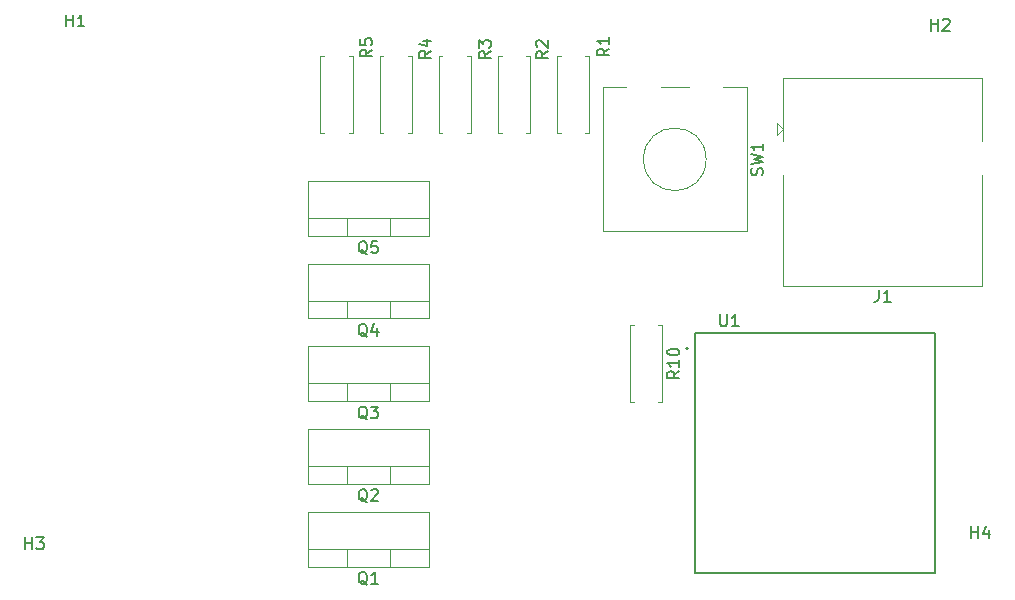
<source format=gbr>
%TF.GenerationSoftware,KiCad,Pcbnew,(6.0.6)*%
%TF.CreationDate,2022-06-23T08:54:45-07:00*%
%TF.ProjectId,KnightPCB,4b6e6967-6874-4504-9342-2e6b69636164,rev?*%
%TF.SameCoordinates,Original*%
%TF.FileFunction,Legend,Top*%
%TF.FilePolarity,Positive*%
%FSLAX46Y46*%
G04 Gerber Fmt 4.6, Leading zero omitted, Abs format (unit mm)*
G04 Created by KiCad (PCBNEW (6.0.6)) date 2022-06-23 08:54:45*
%MOMM*%
%LPD*%
G01*
G04 APERTURE LIST*
%ADD10C,0.150000*%
%ADD11C,0.120000*%
%ADD12C,0.127000*%
%ADD13C,0.200000*%
G04 APERTURE END LIST*
D10*
%TO.C,R10*%
X110572380Y-63832857D02*
X110096190Y-64166190D01*
X110572380Y-64404285D02*
X109572380Y-64404285D01*
X109572380Y-64023333D01*
X109620000Y-63928095D01*
X109667619Y-63880476D01*
X109762857Y-63832857D01*
X109905714Y-63832857D01*
X110000952Y-63880476D01*
X110048571Y-63928095D01*
X110096190Y-64023333D01*
X110096190Y-64404285D01*
X110572380Y-62880476D02*
X110572380Y-63451904D01*
X110572380Y-63166190D02*
X109572380Y-63166190D01*
X109715238Y-63261428D01*
X109810476Y-63356666D01*
X109858095Y-63451904D01*
X109572380Y-62261428D02*
X109572380Y-62166190D01*
X109620000Y-62070952D01*
X109667619Y-62023333D01*
X109762857Y-61975714D01*
X109953333Y-61928095D01*
X110191428Y-61928095D01*
X110381904Y-61975714D01*
X110477142Y-62023333D01*
X110524761Y-62070952D01*
X110572380Y-62166190D01*
X110572380Y-62261428D01*
X110524761Y-62356666D01*
X110477142Y-62404285D01*
X110381904Y-62451904D01*
X110191428Y-62499523D01*
X109953333Y-62499523D01*
X109762857Y-62451904D01*
X109667619Y-62404285D01*
X109620000Y-62356666D01*
X109572380Y-62261428D01*
%TO.C,R2*%
X99452380Y-36766666D02*
X98976190Y-37100000D01*
X99452380Y-37338095D02*
X98452380Y-37338095D01*
X98452380Y-36957142D01*
X98500000Y-36861904D01*
X98547619Y-36814285D01*
X98642857Y-36766666D01*
X98785714Y-36766666D01*
X98880952Y-36814285D01*
X98928571Y-36861904D01*
X98976190Y-36957142D01*
X98976190Y-37338095D01*
X98547619Y-36385714D02*
X98500000Y-36338095D01*
X98452380Y-36242857D01*
X98452380Y-36004761D01*
X98500000Y-35909523D01*
X98547619Y-35861904D01*
X98642857Y-35814285D01*
X98738095Y-35814285D01*
X98880952Y-35861904D01*
X99452380Y-36433333D01*
X99452380Y-35814285D01*
%TO.C,U1*%
X114045595Y-59017380D02*
X114045595Y-59826904D01*
X114093214Y-59922142D01*
X114140833Y-59969761D01*
X114236071Y-60017380D01*
X114426547Y-60017380D01*
X114521785Y-59969761D01*
X114569404Y-59922142D01*
X114617023Y-59826904D01*
X114617023Y-59017380D01*
X115617023Y-60017380D02*
X115045595Y-60017380D01*
X115331309Y-60017380D02*
X115331309Y-59017380D01*
X115236071Y-59160238D01*
X115140833Y-59255476D01*
X115045595Y-59303095D01*
%TO.C,Q1*%
X84164761Y-81922619D02*
X84069523Y-81875000D01*
X83974285Y-81779761D01*
X83831428Y-81636904D01*
X83736190Y-81589285D01*
X83640952Y-81589285D01*
X83688571Y-81827380D02*
X83593333Y-81779761D01*
X83498095Y-81684523D01*
X83450476Y-81494047D01*
X83450476Y-81160714D01*
X83498095Y-80970238D01*
X83593333Y-80875000D01*
X83688571Y-80827380D01*
X83879047Y-80827380D01*
X83974285Y-80875000D01*
X84069523Y-80970238D01*
X84117142Y-81160714D01*
X84117142Y-81494047D01*
X84069523Y-81684523D01*
X83974285Y-81779761D01*
X83879047Y-81827380D01*
X83688571Y-81827380D01*
X85069523Y-81827380D02*
X84498095Y-81827380D01*
X84783809Y-81827380D02*
X84783809Y-80827380D01*
X84688571Y-80970238D01*
X84593333Y-81065476D01*
X84498095Y-81113095D01*
%TO.C,R3*%
X94602380Y-36766666D02*
X94126190Y-37100000D01*
X94602380Y-37338095D02*
X93602380Y-37338095D01*
X93602380Y-36957142D01*
X93650000Y-36861904D01*
X93697619Y-36814285D01*
X93792857Y-36766666D01*
X93935714Y-36766666D01*
X94030952Y-36814285D01*
X94078571Y-36861904D01*
X94126190Y-36957142D01*
X94126190Y-37338095D01*
X93602380Y-36433333D02*
X93602380Y-35814285D01*
X93983333Y-36147619D01*
X93983333Y-36004761D01*
X94030952Y-35909523D01*
X94078571Y-35861904D01*
X94173809Y-35814285D01*
X94411904Y-35814285D01*
X94507142Y-35861904D01*
X94554761Y-35909523D01*
X94602380Y-36004761D01*
X94602380Y-36290476D01*
X94554761Y-36385714D01*
X94507142Y-36433333D01*
%TO.C,R4*%
X89552380Y-36716666D02*
X89076190Y-37050000D01*
X89552380Y-37288095D02*
X88552380Y-37288095D01*
X88552380Y-36907142D01*
X88600000Y-36811904D01*
X88647619Y-36764285D01*
X88742857Y-36716666D01*
X88885714Y-36716666D01*
X88980952Y-36764285D01*
X89028571Y-36811904D01*
X89076190Y-36907142D01*
X89076190Y-37288095D01*
X88885714Y-35859523D02*
X89552380Y-35859523D01*
X88504761Y-36097619D02*
X89219047Y-36335714D01*
X89219047Y-35716666D01*
%TO.C,H1*%
X58638095Y-34652380D02*
X58638095Y-33652380D01*
X58638095Y-34128571D02*
X59209523Y-34128571D01*
X59209523Y-34652380D02*
X59209523Y-33652380D01*
X60209523Y-34652380D02*
X59638095Y-34652380D01*
X59923809Y-34652380D02*
X59923809Y-33652380D01*
X59828571Y-33795238D01*
X59733333Y-33890476D01*
X59638095Y-33938095D01*
%TO.C,J1*%
X127461666Y-56957380D02*
X127461666Y-57671666D01*
X127414047Y-57814523D01*
X127318809Y-57909761D01*
X127175952Y-57957380D01*
X127080714Y-57957380D01*
X128461666Y-57957380D02*
X127890238Y-57957380D01*
X128175952Y-57957380D02*
X128175952Y-56957380D01*
X128080714Y-57100238D01*
X127985476Y-57195476D01*
X127890238Y-57243095D01*
%TO.C,R5*%
X84552380Y-36616666D02*
X84076190Y-36950000D01*
X84552380Y-37188095D02*
X83552380Y-37188095D01*
X83552380Y-36807142D01*
X83600000Y-36711904D01*
X83647619Y-36664285D01*
X83742857Y-36616666D01*
X83885714Y-36616666D01*
X83980952Y-36664285D01*
X84028571Y-36711904D01*
X84076190Y-36807142D01*
X84076190Y-37188095D01*
X83552380Y-35711904D02*
X83552380Y-36188095D01*
X84028571Y-36235714D01*
X83980952Y-36188095D01*
X83933333Y-36092857D01*
X83933333Y-35854761D01*
X83980952Y-35759523D01*
X84028571Y-35711904D01*
X84123809Y-35664285D01*
X84361904Y-35664285D01*
X84457142Y-35711904D01*
X84504761Y-35759523D01*
X84552380Y-35854761D01*
X84552380Y-36092857D01*
X84504761Y-36188095D01*
X84457142Y-36235714D01*
%TO.C,Q5*%
X84164761Y-53922619D02*
X84069523Y-53875000D01*
X83974285Y-53779761D01*
X83831428Y-53636904D01*
X83736190Y-53589285D01*
X83640952Y-53589285D01*
X83688571Y-53827380D02*
X83593333Y-53779761D01*
X83498095Y-53684523D01*
X83450476Y-53494047D01*
X83450476Y-53160714D01*
X83498095Y-52970238D01*
X83593333Y-52875000D01*
X83688571Y-52827380D01*
X83879047Y-52827380D01*
X83974285Y-52875000D01*
X84069523Y-52970238D01*
X84117142Y-53160714D01*
X84117142Y-53494047D01*
X84069523Y-53684523D01*
X83974285Y-53779761D01*
X83879047Y-53827380D01*
X83688571Y-53827380D01*
X85021904Y-52827380D02*
X84545714Y-52827380D01*
X84498095Y-53303571D01*
X84545714Y-53255952D01*
X84640952Y-53208333D01*
X84879047Y-53208333D01*
X84974285Y-53255952D01*
X85021904Y-53303571D01*
X85069523Y-53398809D01*
X85069523Y-53636904D01*
X85021904Y-53732142D01*
X84974285Y-53779761D01*
X84879047Y-53827380D01*
X84640952Y-53827380D01*
X84545714Y-53779761D01*
X84498095Y-53732142D01*
%TO.C,H4*%
X135288095Y-77952380D02*
X135288095Y-76952380D01*
X135288095Y-77428571D02*
X135859523Y-77428571D01*
X135859523Y-77952380D02*
X135859523Y-76952380D01*
X136764285Y-77285714D02*
X136764285Y-77952380D01*
X136526190Y-76904761D02*
X136288095Y-77619047D01*
X136907142Y-77619047D01*
%TO.C,Q3*%
X84164761Y-67922619D02*
X84069523Y-67875000D01*
X83974285Y-67779761D01*
X83831428Y-67636904D01*
X83736190Y-67589285D01*
X83640952Y-67589285D01*
X83688571Y-67827380D02*
X83593333Y-67779761D01*
X83498095Y-67684523D01*
X83450476Y-67494047D01*
X83450476Y-67160714D01*
X83498095Y-66970238D01*
X83593333Y-66875000D01*
X83688571Y-66827380D01*
X83879047Y-66827380D01*
X83974285Y-66875000D01*
X84069523Y-66970238D01*
X84117142Y-67160714D01*
X84117142Y-67494047D01*
X84069523Y-67684523D01*
X83974285Y-67779761D01*
X83879047Y-67827380D01*
X83688571Y-67827380D01*
X84450476Y-66827380D02*
X85069523Y-66827380D01*
X84736190Y-67208333D01*
X84879047Y-67208333D01*
X84974285Y-67255952D01*
X85021904Y-67303571D01*
X85069523Y-67398809D01*
X85069523Y-67636904D01*
X85021904Y-67732142D01*
X84974285Y-67779761D01*
X84879047Y-67827380D01*
X84593333Y-67827380D01*
X84498095Y-67779761D01*
X84450476Y-67732142D01*
%TO.C,R1*%
X104652380Y-36516666D02*
X104176190Y-36850000D01*
X104652380Y-37088095D02*
X103652380Y-37088095D01*
X103652380Y-36707142D01*
X103700000Y-36611904D01*
X103747619Y-36564285D01*
X103842857Y-36516666D01*
X103985714Y-36516666D01*
X104080952Y-36564285D01*
X104128571Y-36611904D01*
X104176190Y-36707142D01*
X104176190Y-37088095D01*
X104652380Y-35564285D02*
X104652380Y-36135714D01*
X104652380Y-35850000D02*
X103652380Y-35850000D01*
X103795238Y-35945238D01*
X103890476Y-36040476D01*
X103938095Y-36135714D01*
%TO.C,SW1*%
X117604761Y-47233333D02*
X117652380Y-47090476D01*
X117652380Y-46852380D01*
X117604761Y-46757142D01*
X117557142Y-46709523D01*
X117461904Y-46661904D01*
X117366666Y-46661904D01*
X117271428Y-46709523D01*
X117223809Y-46757142D01*
X117176190Y-46852380D01*
X117128571Y-47042857D01*
X117080952Y-47138095D01*
X117033333Y-47185714D01*
X116938095Y-47233333D01*
X116842857Y-47233333D01*
X116747619Y-47185714D01*
X116700000Y-47138095D01*
X116652380Y-47042857D01*
X116652380Y-46804761D01*
X116700000Y-46661904D01*
X116652380Y-46328571D02*
X117652380Y-46090476D01*
X116938095Y-45900000D01*
X117652380Y-45709523D01*
X116652380Y-45471428D01*
X117652380Y-44566666D02*
X117652380Y-45138095D01*
X117652380Y-44852380D02*
X116652380Y-44852380D01*
X116795238Y-44947619D01*
X116890476Y-45042857D01*
X116938095Y-45138095D01*
%TO.C,Q4*%
X84164761Y-60922619D02*
X84069523Y-60875000D01*
X83974285Y-60779761D01*
X83831428Y-60636904D01*
X83736190Y-60589285D01*
X83640952Y-60589285D01*
X83688571Y-60827380D02*
X83593333Y-60779761D01*
X83498095Y-60684523D01*
X83450476Y-60494047D01*
X83450476Y-60160714D01*
X83498095Y-59970238D01*
X83593333Y-59875000D01*
X83688571Y-59827380D01*
X83879047Y-59827380D01*
X83974285Y-59875000D01*
X84069523Y-59970238D01*
X84117142Y-60160714D01*
X84117142Y-60494047D01*
X84069523Y-60684523D01*
X83974285Y-60779761D01*
X83879047Y-60827380D01*
X83688571Y-60827380D01*
X84974285Y-60160714D02*
X84974285Y-60827380D01*
X84736190Y-59779761D02*
X84498095Y-60494047D01*
X85117142Y-60494047D01*
%TO.C,H2*%
X131888095Y-35002380D02*
X131888095Y-34002380D01*
X131888095Y-34478571D02*
X132459523Y-34478571D01*
X132459523Y-35002380D02*
X132459523Y-34002380D01*
X132888095Y-34097619D02*
X132935714Y-34050000D01*
X133030952Y-34002380D01*
X133269047Y-34002380D01*
X133364285Y-34050000D01*
X133411904Y-34097619D01*
X133459523Y-34192857D01*
X133459523Y-34288095D01*
X133411904Y-34430952D01*
X132840476Y-35002380D01*
X133459523Y-35002380D01*
%TO.C,Q2*%
X84164761Y-74922619D02*
X84069523Y-74875000D01*
X83974285Y-74779761D01*
X83831428Y-74636904D01*
X83736190Y-74589285D01*
X83640952Y-74589285D01*
X83688571Y-74827380D02*
X83593333Y-74779761D01*
X83498095Y-74684523D01*
X83450476Y-74494047D01*
X83450476Y-74160714D01*
X83498095Y-73970238D01*
X83593333Y-73875000D01*
X83688571Y-73827380D01*
X83879047Y-73827380D01*
X83974285Y-73875000D01*
X84069523Y-73970238D01*
X84117142Y-74160714D01*
X84117142Y-74494047D01*
X84069523Y-74684523D01*
X83974285Y-74779761D01*
X83879047Y-74827380D01*
X83688571Y-74827380D01*
X84498095Y-73922619D02*
X84545714Y-73875000D01*
X84640952Y-73827380D01*
X84879047Y-73827380D01*
X84974285Y-73875000D01*
X85021904Y-73922619D01*
X85069523Y-74017857D01*
X85069523Y-74113095D01*
X85021904Y-74255952D01*
X84450476Y-74827380D01*
X85069523Y-74827380D01*
%TO.C,H3*%
X55188095Y-78902380D02*
X55188095Y-77902380D01*
X55188095Y-78378571D02*
X55759523Y-78378571D01*
X55759523Y-78902380D02*
X55759523Y-77902380D01*
X56140476Y-77902380D02*
X56759523Y-77902380D01*
X56426190Y-78283333D01*
X56569047Y-78283333D01*
X56664285Y-78330952D01*
X56711904Y-78378571D01*
X56759523Y-78473809D01*
X56759523Y-78711904D01*
X56711904Y-78807142D01*
X56664285Y-78854761D01*
X56569047Y-78902380D01*
X56283333Y-78902380D01*
X56188095Y-78854761D01*
X56140476Y-78807142D01*
D11*
%TO.C,R10*%
X109120000Y-66460000D02*
X108790000Y-66460000D01*
X109120000Y-59920000D02*
X109120000Y-66460000D01*
X106380000Y-59920000D02*
X106380000Y-66460000D01*
X106380000Y-66460000D02*
X106710000Y-66460000D01*
X106710000Y-59920000D02*
X106380000Y-59920000D01*
X108790000Y-59920000D02*
X109120000Y-59920000D01*
%TO.C,R2*%
X95527500Y-37155000D02*
X95197500Y-37155000D01*
X97937500Y-37155000D02*
X97937500Y-43695000D01*
X97937500Y-43695000D02*
X97607500Y-43695000D01*
X95197500Y-43695000D02*
X95527500Y-43695000D01*
X95197500Y-37155000D02*
X95197500Y-43695000D01*
X97607500Y-37155000D02*
X97937500Y-37155000D01*
D12*
%TO.C,U1*%
X111872500Y-80960000D02*
X111872500Y-60640000D01*
X111872500Y-60640000D02*
X132192500Y-60640000D01*
X132192500Y-80960000D02*
X111872500Y-80960000D01*
X132192500Y-60640000D02*
X132192500Y-80960000D01*
D13*
X111332500Y-61910000D02*
G75*
G03*
X111332500Y-61910000I-100000J0D01*
G01*
D11*
%TO.C,Q1*%
X86110000Y-80375000D02*
X86110000Y-78865000D01*
X82409000Y-80375000D02*
X82409000Y-78865000D01*
X89380000Y-80375000D02*
X89380000Y-75734000D01*
X89380000Y-75734000D02*
X79140000Y-75734000D01*
X89380000Y-78865000D02*
X79140000Y-78865000D01*
X89380000Y-80375000D02*
X79140000Y-80375000D01*
X79140000Y-80375000D02*
X79140000Y-75734000D01*
%TO.C,R3*%
X90197500Y-43695000D02*
X90527500Y-43695000D01*
X90197500Y-37155000D02*
X90197500Y-43695000D01*
X92937500Y-43695000D02*
X92607500Y-43695000D01*
X92607500Y-37155000D02*
X92937500Y-37155000D01*
X92937500Y-37155000D02*
X92937500Y-43695000D01*
X90527500Y-37155000D02*
X90197500Y-37155000D01*
%TO.C,R4*%
X85527500Y-37155000D02*
X85197500Y-37155000D01*
X85197500Y-43695000D02*
X85527500Y-43695000D01*
X85197500Y-37155000D02*
X85197500Y-43695000D01*
X87937500Y-43695000D02*
X87607500Y-43695000D01*
X87937500Y-37155000D02*
X87937500Y-43695000D01*
X87607500Y-37155000D02*
X87937500Y-37155000D01*
%TO.C,J1*%
X119400000Y-56555000D02*
X119400000Y-47255000D01*
X136200000Y-56655000D02*
X136200000Y-47255000D01*
X118850000Y-42855000D02*
X118850000Y-43855000D01*
X119350000Y-43355000D02*
X118850000Y-42855000D01*
X119400000Y-39055000D02*
X136200000Y-39055000D01*
X119400000Y-56655000D02*
X136200000Y-56655000D01*
X119400000Y-39055000D02*
X119400000Y-44355000D01*
X136200000Y-39055000D02*
X136200000Y-44355000D01*
X118850000Y-43855000D02*
X119350000Y-43355000D01*
%TO.C,R5*%
X80527500Y-37155000D02*
X80197500Y-37155000D01*
X82937500Y-37155000D02*
X82937500Y-43695000D01*
X82937500Y-43695000D02*
X82607500Y-43695000D01*
X80197500Y-37155000D02*
X80197500Y-43695000D01*
X82607500Y-37155000D02*
X82937500Y-37155000D01*
X80197500Y-43695000D02*
X80527500Y-43695000D01*
%TO.C,Q5*%
X89380000Y-52375000D02*
X79140000Y-52375000D01*
X82409000Y-52375000D02*
X82409000Y-50865000D01*
X89380000Y-52375000D02*
X89380000Y-47734000D01*
X89380000Y-47734000D02*
X79140000Y-47734000D01*
X86110000Y-52375000D02*
X86110000Y-50865000D01*
X89380000Y-50865000D02*
X79140000Y-50865000D01*
X79140000Y-52375000D02*
X79140000Y-47734000D01*
%TO.C,Q3*%
X89380000Y-64865000D02*
X79140000Y-64865000D01*
X89380000Y-66375000D02*
X89380000Y-61734000D01*
X86110000Y-66375000D02*
X86110000Y-64865000D01*
X82409000Y-66375000D02*
X82409000Y-64865000D01*
X89380000Y-66375000D02*
X79140000Y-66375000D01*
X79140000Y-66375000D02*
X79140000Y-61734000D01*
X89380000Y-61734000D02*
X79140000Y-61734000D01*
%TO.C,R1*%
X102937500Y-37155000D02*
X102937500Y-43695000D01*
X102937500Y-43695000D02*
X102607500Y-43695000D01*
X102607500Y-37155000D02*
X102937500Y-37155000D01*
X100197500Y-43695000D02*
X100527500Y-43695000D01*
X100197500Y-37155000D02*
X100197500Y-43695000D01*
X100527500Y-37155000D02*
X100197500Y-37155000D01*
%TO.C,SW1*%
X104100000Y-52000000D02*
X104100000Y-39800000D01*
X116300000Y-52000000D02*
X104100000Y-52000000D01*
X104100000Y-39800000D02*
X106090000Y-39800000D01*
X111390000Y-39800000D02*
X109010000Y-39800000D01*
X114310000Y-39800000D02*
X116300000Y-39800000D01*
X116300000Y-39800000D02*
X116300000Y-52000000D01*
X112850000Y-45900000D02*
G75*
G03*
X112850000Y-45900000I-2650000J0D01*
G01*
%TO.C,Q4*%
X89380000Y-59375000D02*
X79140000Y-59375000D01*
X79140000Y-59375000D02*
X79140000Y-54734000D01*
X89380000Y-54734000D02*
X79140000Y-54734000D01*
X82409000Y-59375000D02*
X82409000Y-57865000D01*
X89380000Y-59375000D02*
X89380000Y-54734000D01*
X89380000Y-57865000D02*
X79140000Y-57865000D01*
X86110000Y-59375000D02*
X86110000Y-57865000D01*
%TO.C,Q2*%
X82409000Y-73375000D02*
X82409000Y-71865000D01*
X89380000Y-71865000D02*
X79140000Y-71865000D01*
X79140000Y-73375000D02*
X79140000Y-68734000D01*
X86110000Y-73375000D02*
X86110000Y-71865000D01*
X89380000Y-68734000D02*
X79140000Y-68734000D01*
X89380000Y-73375000D02*
X89380000Y-68734000D01*
X89380000Y-73375000D02*
X79140000Y-73375000D01*
%TD*%
M02*

</source>
